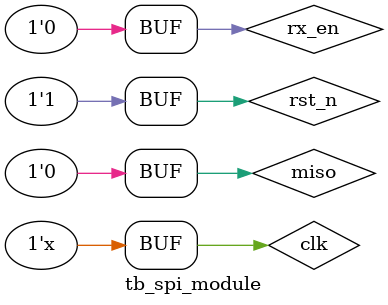
<source format=v>

`timescale 1ns/1ps

module tb_spi_module;
	
	reg 			clk			;
	reg 			rst_n		;
	reg 			tx_en 		;
	reg 			rx_en 		;
	reg 	[7:0]	data_in		;
	reg 			miso 		;
	wire 			tx_done		;
	wire 			rx_done		;
	wire 	[7:0]	data_out	;
	wire 			mosi 		;
	wire 			cs_n 		;
	wire 			sck			;

	initial begin
		clk         =   1'b0;
		rst_n       =   1'b0;
		tx_en       =   1'b0;
		rx_en       =   1'b0;
		data_in     =   8'd0;
		miso        =   1'b0;
		#200;
		rst_n       =   1'b1;
		#200;
		tx_en       =   1'b1;
	end
	always #10 clk  = ~clk;

	always @(posedge clk or negedge rst_n)  begin
		if (!rst_n)
			data_in <=  8'd0;
		else if (data_in==8'hff)
			tx_en   <=  1'b0;
		else if (tx_done)
			data_in <=  data_in +   1'b1;
	end
	
	spi_module inst_spi_module (
		.clk		(clk		),	
		.rst_n		(rst_n		),	
		.tx_en 		(tx_en 		),	
		.rx_en 		(rx_en 		),	
		.data_in	(data_in	),	
		.miso 		(miso 		),	
		.tx_done	(tx_done	),	
		.rx_done	(rx_done	),	
		.data_out	(data_out	),	
		.mosi 		(mosi 		),	
		.cs_n 		(cs_n 		),	
		.sck		(sck		)	
		);

endmodule
</source>
